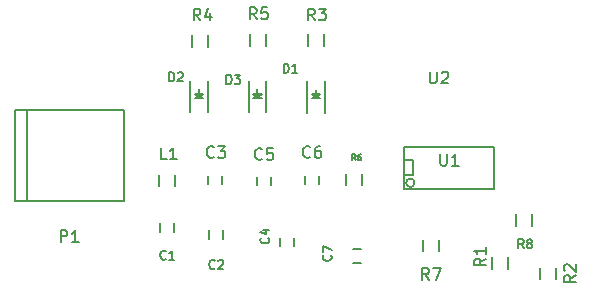
<source format=gto>
G04 #@! TF.FileFunction,Legend,Top*
%FSLAX46Y46*%
G04 Gerber Fmt 4.6, Leading zero omitted, Abs format (unit mm)*
G04 Created by KiCad (PCBNEW 4.0.0-rc1-stable) date 12/2/2015 9:18:31 PM*
%MOMM*%
G01*
G04 APERTURE LIST*
%ADD10C,0.100000*%
%ADD11C,0.150000*%
%ADD12C,0.127000*%
G04 APERTURE END LIST*
D10*
D11*
X167081200Y-88765380D02*
X159461200Y-88765380D01*
X159461200Y-92321380D02*
X167081200Y-92321380D01*
X167081200Y-88765380D02*
X167081200Y-92321380D01*
X159461200Y-92321380D02*
X159461200Y-88765380D01*
X160328410Y-91813380D02*
G75*
G03X160328410Y-91813380I-359210J0D01*
G01*
X159461200Y-89908380D02*
X160223200Y-89908380D01*
X160223200Y-89908380D02*
X160223200Y-91178380D01*
X160223200Y-91178380D02*
X159461200Y-91178380D01*
X144140480Y-95844180D02*
X144140480Y-96544180D01*
X142940480Y-96544180D02*
X142940480Y-95844180D01*
X139962180Y-95230900D02*
X139962180Y-95930900D01*
X138762180Y-95930900D02*
X138762180Y-95230900D01*
X144061740Y-91240560D02*
X144061740Y-91940560D01*
X142861740Y-91940560D02*
X142861740Y-91240560D01*
X148904400Y-97198360D02*
X148904400Y-96498360D01*
X150104400Y-96498360D02*
X150104400Y-97198360D01*
X148184160Y-91321840D02*
X148184160Y-92021840D01*
X146984160Y-92021840D02*
X146984160Y-91321840D01*
X152273560Y-91212620D02*
X152273560Y-91912620D01*
X151073560Y-91912620D02*
X151073560Y-91212620D01*
X155785300Y-98572880D02*
X155085300Y-98572880D01*
X155085300Y-97372880D02*
X155785300Y-97372880D01*
X152735980Y-85859420D02*
X152735980Y-83159420D01*
X151235980Y-85859420D02*
X151235980Y-83159420D01*
X152135980Y-84359420D02*
X151885980Y-84359420D01*
X151885980Y-84359420D02*
X152035980Y-84509420D01*
X151635980Y-84609420D02*
X152335980Y-84609420D01*
X151985980Y-84259420D02*
X151985980Y-83909420D01*
X151985980Y-84609420D02*
X151635980Y-84259420D01*
X151635980Y-84259420D02*
X152335980Y-84259420D01*
X152335980Y-84259420D02*
X151985980Y-84609420D01*
X142861650Y-85852784D02*
X142861650Y-83152784D01*
X141361650Y-85852784D02*
X141361650Y-83152784D01*
X142261650Y-84352784D02*
X142011650Y-84352784D01*
X142011650Y-84352784D02*
X142161650Y-84502784D01*
X141761650Y-84602784D02*
X142461650Y-84602784D01*
X142111650Y-84252784D02*
X142111650Y-83902784D01*
X142111650Y-84602784D02*
X141761650Y-84252784D01*
X141761650Y-84252784D02*
X142461650Y-84252784D01*
X142461650Y-84252784D02*
X142111650Y-84602784D01*
X147780440Y-85851800D02*
X147780440Y-83151800D01*
X146280440Y-85851800D02*
X146280440Y-83151800D01*
X147180440Y-84351800D02*
X146930440Y-84351800D01*
X146930440Y-84351800D02*
X147080440Y-84501800D01*
X146680440Y-84601800D02*
X147380440Y-84601800D01*
X147030440Y-84251800D02*
X147030440Y-83901800D01*
X147030440Y-84601800D02*
X146680440Y-84251800D01*
X146680440Y-84251800D02*
X147380440Y-84251800D01*
X147380440Y-84251800D02*
X147030440Y-84601800D01*
X138682100Y-92117100D02*
X138682100Y-91117100D01*
X140032100Y-91117100D02*
X140032100Y-92117100D01*
X127500380Y-85620860D02*
X127500380Y-93322140D01*
X126499620Y-85620860D02*
X126499620Y-93322140D01*
X126499620Y-93322140D02*
X135699500Y-93322140D01*
X135699500Y-93322140D02*
X135699500Y-85620860D01*
X135699500Y-85620860D02*
X126499620Y-85620860D01*
X166906580Y-99112260D02*
X166906580Y-98112260D01*
X168256580Y-98112260D02*
X168256580Y-99112260D01*
X170947720Y-99984880D02*
X170947720Y-98984880D01*
X172297720Y-98984880D02*
X172297720Y-99984880D01*
X151326220Y-80233840D02*
X151326220Y-79233840D01*
X152676220Y-79233840D02*
X152676220Y-80233840D01*
X141501500Y-80282100D02*
X141501500Y-79282100D01*
X142851500Y-79282100D02*
X142851500Y-80282100D01*
X146388460Y-80233840D02*
X146388460Y-79233840D01*
X147738460Y-79233840D02*
X147738460Y-80233840D01*
X154529160Y-92033280D02*
X154529160Y-91033280D01*
X155879160Y-91033280D02*
X155879160Y-92033280D01*
X162373940Y-96608580D02*
X162373940Y-97608580D01*
X161023940Y-97608580D02*
X161023940Y-96608580D01*
X168943660Y-95462280D02*
X168943660Y-94462280D01*
X170293660Y-94462280D02*
X170293660Y-95462280D01*
X162509295Y-89360761D02*
X162509295Y-90170285D01*
X162556914Y-90265523D01*
X162604533Y-90313142D01*
X162699771Y-90360761D01*
X162890248Y-90360761D01*
X162985486Y-90313142D01*
X163033105Y-90265523D01*
X163080724Y-90170285D01*
X163080724Y-89360761D01*
X164080724Y-90360761D02*
X163509295Y-90360761D01*
X163795009Y-90360761D02*
X163795009Y-89360761D01*
X163699771Y-89503618D01*
X163604533Y-89598856D01*
X163509295Y-89646475D01*
X143413480Y-99027343D02*
X143377194Y-99063629D01*
X143268337Y-99099914D01*
X143195766Y-99099914D01*
X143086909Y-99063629D01*
X143014337Y-98991057D01*
X142978052Y-98918486D01*
X142941766Y-98773343D01*
X142941766Y-98664486D01*
X142978052Y-98519343D01*
X143014337Y-98446771D01*
X143086909Y-98374200D01*
X143195766Y-98337914D01*
X143268337Y-98337914D01*
X143377194Y-98374200D01*
X143413480Y-98410486D01*
X143703766Y-98410486D02*
X143740052Y-98374200D01*
X143812623Y-98337914D01*
X143994052Y-98337914D01*
X144066623Y-98374200D01*
X144102909Y-98410486D01*
X144139194Y-98483057D01*
X144139194Y-98555629D01*
X144102909Y-98664486D01*
X143667480Y-99099914D01*
X144139194Y-99099914D01*
X139263120Y-98229783D02*
X139226834Y-98266069D01*
X139117977Y-98302354D01*
X139045406Y-98302354D01*
X138936549Y-98266069D01*
X138863977Y-98193497D01*
X138827692Y-98120926D01*
X138791406Y-97975783D01*
X138791406Y-97866926D01*
X138827692Y-97721783D01*
X138863977Y-97649211D01*
X138936549Y-97576640D01*
X139045406Y-97540354D01*
X139117977Y-97540354D01*
X139226834Y-97576640D01*
X139263120Y-97612926D01*
X139988834Y-98302354D02*
X139553406Y-98302354D01*
X139771120Y-98302354D02*
X139771120Y-97540354D01*
X139698549Y-97649211D01*
X139625977Y-97721783D01*
X139553406Y-97758069D01*
X143340794Y-89601443D02*
X143293175Y-89649062D01*
X143150318Y-89696681D01*
X143055080Y-89696681D01*
X142912222Y-89649062D01*
X142816984Y-89553824D01*
X142769365Y-89458586D01*
X142721746Y-89268110D01*
X142721746Y-89125252D01*
X142769365Y-88934776D01*
X142816984Y-88839538D01*
X142912222Y-88744300D01*
X143055080Y-88696681D01*
X143150318Y-88696681D01*
X143293175Y-88744300D01*
X143340794Y-88791919D01*
X143674127Y-88696681D02*
X144293175Y-88696681D01*
X143959841Y-89077633D01*
X144102699Y-89077633D01*
X144197937Y-89125252D01*
X144245556Y-89172871D01*
X144293175Y-89268110D01*
X144293175Y-89506205D01*
X144245556Y-89601443D01*
X144197937Y-89649062D01*
X144102699Y-89696681D01*
X143816984Y-89696681D01*
X143721746Y-89649062D01*
X143674127Y-89601443D01*
X147960443Y-96469200D02*
X147996729Y-96505486D01*
X148033014Y-96614343D01*
X148033014Y-96686914D01*
X147996729Y-96795771D01*
X147924157Y-96868343D01*
X147851586Y-96904628D01*
X147706443Y-96940914D01*
X147597586Y-96940914D01*
X147452443Y-96904628D01*
X147379871Y-96868343D01*
X147307300Y-96795771D01*
X147271014Y-96686914D01*
X147271014Y-96614343D01*
X147307300Y-96505486D01*
X147343586Y-96469200D01*
X147525014Y-95816057D02*
X148033014Y-95816057D01*
X147234729Y-95997486D02*
X147779014Y-96178914D01*
X147779014Y-95707200D01*
X147417494Y-89782923D02*
X147369875Y-89830542D01*
X147227018Y-89878161D01*
X147131780Y-89878161D01*
X146988922Y-89830542D01*
X146893684Y-89735304D01*
X146846065Y-89640066D01*
X146798446Y-89449590D01*
X146798446Y-89306732D01*
X146846065Y-89116256D01*
X146893684Y-89021018D01*
X146988922Y-88925780D01*
X147131780Y-88878161D01*
X147227018Y-88878161D01*
X147369875Y-88925780D01*
X147417494Y-88973399D01*
X148322256Y-88878161D02*
X147846065Y-88878161D01*
X147798446Y-89354351D01*
X147846065Y-89306732D01*
X147941303Y-89259113D01*
X148179399Y-89259113D01*
X148274637Y-89306732D01*
X148322256Y-89354351D01*
X148369875Y-89449590D01*
X148369875Y-89687685D01*
X148322256Y-89782923D01*
X148274637Y-89830542D01*
X148179399Y-89878161D01*
X147941303Y-89878161D01*
X147846065Y-89830542D01*
X147798446Y-89782923D01*
X151496734Y-89605123D02*
X151449115Y-89652742D01*
X151306258Y-89700361D01*
X151211020Y-89700361D01*
X151068162Y-89652742D01*
X150972924Y-89557504D01*
X150925305Y-89462266D01*
X150877686Y-89271790D01*
X150877686Y-89128932D01*
X150925305Y-88938456D01*
X150972924Y-88843218D01*
X151068162Y-88747980D01*
X151211020Y-88700361D01*
X151306258Y-88700361D01*
X151449115Y-88747980D01*
X151496734Y-88795599D01*
X152353877Y-88700361D02*
X152163400Y-88700361D01*
X152068162Y-88747980D01*
X152020543Y-88795599D01*
X151925305Y-88938456D01*
X151877686Y-89128932D01*
X151877686Y-89509885D01*
X151925305Y-89605123D01*
X151972924Y-89652742D01*
X152068162Y-89700361D01*
X152258639Y-89700361D01*
X152353877Y-89652742D01*
X152401496Y-89605123D01*
X152449115Y-89509885D01*
X152449115Y-89271790D01*
X152401496Y-89176551D01*
X152353877Y-89128932D01*
X152258639Y-89081313D01*
X152068162Y-89081313D01*
X151972924Y-89128932D01*
X151925305Y-89176551D01*
X151877686Y-89271790D01*
X153230243Y-97927160D02*
X153266529Y-97963446D01*
X153302814Y-98072303D01*
X153302814Y-98144874D01*
X153266529Y-98253731D01*
X153193957Y-98326303D01*
X153121386Y-98362588D01*
X152976243Y-98398874D01*
X152867386Y-98398874D01*
X152722243Y-98362588D01*
X152649671Y-98326303D01*
X152577100Y-98253731D01*
X152540814Y-98144874D01*
X152540814Y-98072303D01*
X152577100Y-97963446D01*
X152613386Y-97927160D01*
X152540814Y-97673160D02*
X152540814Y-97165160D01*
X153302814Y-97491731D01*
X149246772Y-82498474D02*
X149246772Y-81736474D01*
X149428200Y-81736474D01*
X149537057Y-81772760D01*
X149609629Y-81845331D01*
X149645914Y-81917903D01*
X149682200Y-82063046D01*
X149682200Y-82171903D01*
X149645914Y-82317046D01*
X149609629Y-82389617D01*
X149537057Y-82462189D01*
X149428200Y-82498474D01*
X149246772Y-82498474D01*
X150407914Y-82498474D02*
X149972486Y-82498474D01*
X150190200Y-82498474D02*
X150190200Y-81736474D01*
X150117629Y-81845331D01*
X150045057Y-81917903D01*
X149972486Y-81954189D01*
X139561752Y-83222374D02*
X139561752Y-82460374D01*
X139743180Y-82460374D01*
X139852037Y-82496660D01*
X139924609Y-82569231D01*
X139960894Y-82641803D01*
X139997180Y-82786946D01*
X139997180Y-82895803D01*
X139960894Y-83040946D01*
X139924609Y-83113517D01*
X139852037Y-83186089D01*
X139743180Y-83222374D01*
X139561752Y-83222374D01*
X140287466Y-82532946D02*
X140323752Y-82496660D01*
X140396323Y-82460374D01*
X140577752Y-82460374D01*
X140650323Y-82496660D01*
X140686609Y-82532946D01*
X140722894Y-82605517D01*
X140722894Y-82678089D01*
X140686609Y-82786946D01*
X140251180Y-83222374D01*
X140722894Y-83222374D01*
X144402992Y-83438274D02*
X144402992Y-82676274D01*
X144584420Y-82676274D01*
X144693277Y-82712560D01*
X144765849Y-82785131D01*
X144802134Y-82857703D01*
X144838420Y-83002846D01*
X144838420Y-83111703D01*
X144802134Y-83256846D01*
X144765849Y-83329417D01*
X144693277Y-83401989D01*
X144584420Y-83438274D01*
X144402992Y-83438274D01*
X145092420Y-82676274D02*
X145564134Y-82676274D01*
X145310134Y-82966560D01*
X145418992Y-82966560D01*
X145491563Y-83002846D01*
X145527849Y-83039131D01*
X145564134Y-83111703D01*
X145564134Y-83293131D01*
X145527849Y-83365703D01*
X145491563Y-83401989D01*
X145418992Y-83438274D01*
X145201277Y-83438274D01*
X145128706Y-83401989D01*
X145092420Y-83365703D01*
X139347914Y-89825961D02*
X138871723Y-89825961D01*
X138871723Y-88825961D01*
X140205057Y-89825961D02*
X139633628Y-89825961D01*
X139919342Y-89825961D02*
X139919342Y-88825961D01*
X139824104Y-88968818D01*
X139728866Y-89064056D01*
X139633628Y-89111675D01*
X130361465Y-96825061D02*
X130361465Y-95825061D01*
X130742418Y-95825061D01*
X130837656Y-95872680D01*
X130885275Y-95920299D01*
X130932894Y-96015537D01*
X130932894Y-96158394D01*
X130885275Y-96253632D01*
X130837656Y-96301251D01*
X130742418Y-96348870D01*
X130361465Y-96348870D01*
X131885275Y-96825061D02*
X131313846Y-96825061D01*
X131599560Y-96825061D02*
X131599560Y-95825061D01*
X131504322Y-95967918D01*
X131409084Y-96063156D01*
X131313846Y-96110775D01*
X166372801Y-98220826D02*
X165896610Y-98554160D01*
X166372801Y-98792255D02*
X165372801Y-98792255D01*
X165372801Y-98411302D01*
X165420420Y-98316064D01*
X165468039Y-98268445D01*
X165563277Y-98220826D01*
X165706134Y-98220826D01*
X165801372Y-98268445D01*
X165848991Y-98316064D01*
X165896610Y-98411302D01*
X165896610Y-98792255D01*
X166372801Y-97268445D02*
X166372801Y-97839874D01*
X166372801Y-97554160D02*
X165372801Y-97554160D01*
X165515658Y-97649398D01*
X165610896Y-97744636D01*
X165658515Y-97839874D01*
X173977561Y-99650846D02*
X173501370Y-99984180D01*
X173977561Y-100222275D02*
X172977561Y-100222275D01*
X172977561Y-99841322D01*
X173025180Y-99746084D01*
X173072799Y-99698465D01*
X173168037Y-99650846D01*
X173310894Y-99650846D01*
X173406132Y-99698465D01*
X173453751Y-99746084D01*
X173501370Y-99841322D01*
X173501370Y-100222275D01*
X173072799Y-99269894D02*
X173025180Y-99222275D01*
X172977561Y-99127037D01*
X172977561Y-98888941D01*
X173025180Y-98793703D01*
X173072799Y-98746084D01*
X173168037Y-98698465D01*
X173263275Y-98698465D01*
X173406132Y-98746084D01*
X173977561Y-99317513D01*
X173977561Y-98698465D01*
X151877734Y-78064621D02*
X151544400Y-77588430D01*
X151306305Y-78064621D02*
X151306305Y-77064621D01*
X151687258Y-77064621D01*
X151782496Y-77112240D01*
X151830115Y-77159859D01*
X151877734Y-77255097D01*
X151877734Y-77397954D01*
X151830115Y-77493192D01*
X151782496Y-77540811D01*
X151687258Y-77588430D01*
X151306305Y-77588430D01*
X152211067Y-77064621D02*
X152830115Y-77064621D01*
X152496781Y-77445573D01*
X152639639Y-77445573D01*
X152734877Y-77493192D01*
X152782496Y-77540811D01*
X152830115Y-77636050D01*
X152830115Y-77874145D01*
X152782496Y-77969383D01*
X152734877Y-78017002D01*
X152639639Y-78064621D01*
X152353924Y-78064621D01*
X152258686Y-78017002D01*
X152211067Y-77969383D01*
X142195254Y-78064621D02*
X141861920Y-77588430D01*
X141623825Y-78064621D02*
X141623825Y-77064621D01*
X142004778Y-77064621D01*
X142100016Y-77112240D01*
X142147635Y-77159859D01*
X142195254Y-77255097D01*
X142195254Y-77397954D01*
X142147635Y-77493192D01*
X142100016Y-77540811D01*
X142004778Y-77588430D01*
X141623825Y-77588430D01*
X143052397Y-77397954D02*
X143052397Y-78064621D01*
X142814301Y-77017002D02*
X142576206Y-77731288D01*
X143195254Y-77731288D01*
X146960294Y-77963021D02*
X146626960Y-77486830D01*
X146388865Y-77963021D02*
X146388865Y-76963021D01*
X146769818Y-76963021D01*
X146865056Y-77010640D01*
X146912675Y-77058259D01*
X146960294Y-77153497D01*
X146960294Y-77296354D01*
X146912675Y-77391592D01*
X146865056Y-77439211D01*
X146769818Y-77486830D01*
X146388865Y-77486830D01*
X147865056Y-76963021D02*
X147388865Y-76963021D01*
X147341246Y-77439211D01*
X147388865Y-77391592D01*
X147484103Y-77343973D01*
X147722199Y-77343973D01*
X147817437Y-77391592D01*
X147865056Y-77439211D01*
X147912675Y-77534450D01*
X147912675Y-77772545D01*
X147865056Y-77867783D01*
X147817437Y-77915402D01*
X147722199Y-77963021D01*
X147484103Y-77963021D01*
X147388865Y-77915402D01*
X147341246Y-77867783D01*
D12*
X155343013Y-89917210D02*
X155173680Y-89675305D01*
X155052727Y-89917210D02*
X155052727Y-89409210D01*
X155246251Y-89409210D01*
X155294632Y-89433400D01*
X155318823Y-89457590D01*
X155343013Y-89505971D01*
X155343013Y-89578543D01*
X155318823Y-89626924D01*
X155294632Y-89651114D01*
X155246251Y-89675305D01*
X155052727Y-89675305D01*
X155778442Y-89409210D02*
X155681680Y-89409210D01*
X155633299Y-89433400D01*
X155609108Y-89457590D01*
X155560727Y-89530162D01*
X155536537Y-89626924D01*
X155536537Y-89820448D01*
X155560727Y-89868829D01*
X155584918Y-89893019D01*
X155633299Y-89917210D01*
X155730061Y-89917210D01*
X155778442Y-89893019D01*
X155802632Y-89868829D01*
X155826823Y-89820448D01*
X155826823Y-89699495D01*
X155802632Y-89651114D01*
X155778442Y-89626924D01*
X155730061Y-89602733D01*
X155633299Y-89602733D01*
X155584918Y-89626924D01*
X155560727Y-89651114D01*
X155536537Y-89699495D01*
D11*
X161555134Y-100018981D02*
X161221800Y-99542790D01*
X160983705Y-100018981D02*
X160983705Y-99018981D01*
X161364658Y-99018981D01*
X161459896Y-99066600D01*
X161507515Y-99114219D01*
X161555134Y-99209457D01*
X161555134Y-99352314D01*
X161507515Y-99447552D01*
X161459896Y-99495171D01*
X161364658Y-99542790D01*
X160983705Y-99542790D01*
X161888467Y-99018981D02*
X162555134Y-99018981D01*
X162126562Y-100018981D01*
X169567860Y-97354934D02*
X169313860Y-96992077D01*
X169132432Y-97354934D02*
X169132432Y-96592934D01*
X169422717Y-96592934D01*
X169495289Y-96629220D01*
X169531574Y-96665506D01*
X169567860Y-96738077D01*
X169567860Y-96846934D01*
X169531574Y-96919506D01*
X169495289Y-96955791D01*
X169422717Y-96992077D01*
X169132432Y-96992077D01*
X170003289Y-96919506D02*
X169930717Y-96883220D01*
X169894432Y-96846934D01*
X169858146Y-96774363D01*
X169858146Y-96738077D01*
X169894432Y-96665506D01*
X169930717Y-96629220D01*
X170003289Y-96592934D01*
X170148432Y-96592934D01*
X170221003Y-96629220D01*
X170257289Y-96665506D01*
X170293574Y-96738077D01*
X170293574Y-96774363D01*
X170257289Y-96846934D01*
X170221003Y-96883220D01*
X170148432Y-96919506D01*
X170003289Y-96919506D01*
X169930717Y-96955791D01*
X169894432Y-96992077D01*
X169858146Y-97064649D01*
X169858146Y-97209791D01*
X169894432Y-97282363D01*
X169930717Y-97318649D01*
X170003289Y-97354934D01*
X170148432Y-97354934D01*
X170221003Y-97318649D01*
X170257289Y-97282363D01*
X170293574Y-97209791D01*
X170293574Y-97064649D01*
X170257289Y-96992077D01*
X170221003Y-96955791D01*
X170148432Y-96919506D01*
X161620295Y-82391001D02*
X161620295Y-83200525D01*
X161667914Y-83295763D01*
X161715533Y-83343382D01*
X161810771Y-83391001D01*
X162001248Y-83391001D01*
X162096486Y-83343382D01*
X162144105Y-83295763D01*
X162191724Y-83200525D01*
X162191724Y-82391001D01*
X162620295Y-82486239D02*
X162667914Y-82438620D01*
X162763152Y-82391001D01*
X163001248Y-82391001D01*
X163096486Y-82438620D01*
X163144105Y-82486239D01*
X163191724Y-82581477D01*
X163191724Y-82676715D01*
X163144105Y-82819572D01*
X162572676Y-83391001D01*
X163191724Y-83391001D01*
M02*

</source>
